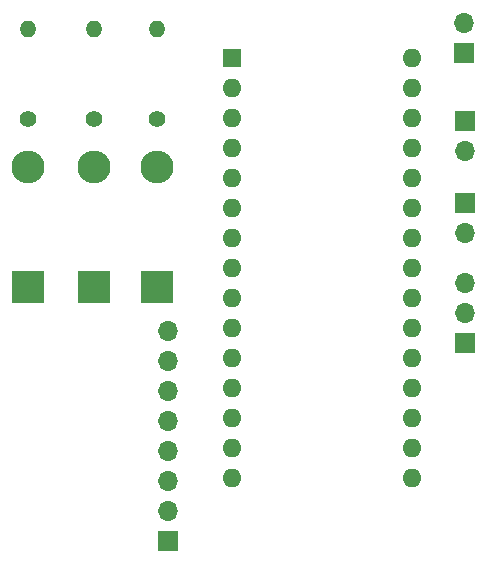
<source format=gbl>
G04 #@! TF.GenerationSoftware,KiCad,Pcbnew,8.0.5*
G04 #@! TF.CreationDate,2024-09-21T22:11:10+02:00*
G04 #@! TF.ProjectId,Pipboy2,50697062-6f79-4322-9e6b-696361645f70,rev?*
G04 #@! TF.SameCoordinates,Original*
G04 #@! TF.FileFunction,Copper,L2,Bot*
G04 #@! TF.FilePolarity,Positive*
%FSLAX46Y46*%
G04 Gerber Fmt 4.6, Leading zero omitted, Abs format (unit mm)*
G04 Created by KiCad (PCBNEW 8.0.5) date 2024-09-21 22:11:10*
%MOMM*%
%LPD*%
G01*
G04 APERTURE LIST*
G04 #@! TA.AperFunction,ComponentPad*
%ADD10R,2.800000X2.800000*%
G04 #@! TD*
G04 #@! TA.AperFunction,ComponentPad*
%ADD11O,2.800000X2.800000*%
G04 #@! TD*
G04 #@! TA.AperFunction,ComponentPad*
%ADD12R,1.700000X1.700000*%
G04 #@! TD*
G04 #@! TA.AperFunction,ComponentPad*
%ADD13O,1.700000X1.700000*%
G04 #@! TD*
G04 #@! TA.AperFunction,ComponentPad*
%ADD14C,1.400000*%
G04 #@! TD*
G04 #@! TA.AperFunction,ComponentPad*
%ADD15O,1.400000X1.400000*%
G04 #@! TD*
G04 #@! TA.AperFunction,ComponentPad*
%ADD16R,1.600000X1.600000*%
G04 #@! TD*
G04 #@! TA.AperFunction,ComponentPad*
%ADD17O,1.600000X1.600000*%
G04 #@! TD*
G04 APERTURE END LIST*
D10*
X116666000Y-98080000D03*
D11*
X116666000Y-87920000D03*
D12*
X148000000Y-78275000D03*
D13*
X148000000Y-75735000D03*
D10*
X122000000Y-98080000D03*
D11*
X122000000Y-87920000D03*
D12*
X148082000Y-102870000D03*
D13*
X148082000Y-100330000D03*
X148082000Y-97790000D03*
D14*
X122000000Y-83856000D03*
D15*
X122000000Y-76236000D03*
D16*
X128341000Y-78666000D03*
D17*
X128341000Y-81206000D03*
X128341000Y-83746000D03*
X128341000Y-86286000D03*
X128341000Y-88826000D03*
X128341000Y-91366000D03*
X128341000Y-93906000D03*
X128341000Y-96446000D03*
X128341000Y-98986000D03*
X128341000Y-101526000D03*
X128341000Y-104066000D03*
X128341000Y-106606000D03*
X128341000Y-109146000D03*
X128341000Y-111686000D03*
X128341000Y-114226000D03*
X143581000Y-114226000D03*
X143581000Y-111686000D03*
X143581000Y-109146000D03*
X143581000Y-106606000D03*
X143581000Y-104066000D03*
X143581000Y-101526000D03*
X143581000Y-98986000D03*
X143581000Y-96446000D03*
X143581000Y-93906000D03*
X143581000Y-91366000D03*
X143581000Y-88826000D03*
X143581000Y-86286000D03*
X143581000Y-83746000D03*
X143581000Y-81206000D03*
X143581000Y-78666000D03*
D14*
X116666000Y-83856000D03*
D15*
X116666000Y-76236000D03*
D12*
X122936000Y-119634000D03*
D13*
X122936000Y-117094000D03*
X122936000Y-114554000D03*
X122936000Y-112014000D03*
X122936000Y-109474000D03*
X122936000Y-106934000D03*
X122936000Y-104394000D03*
X122936000Y-101854000D03*
D12*
X148087651Y-90960000D03*
D13*
X148087651Y-93500000D03*
D10*
X111078000Y-98080000D03*
D11*
X111078000Y-87920000D03*
D12*
X148069781Y-83993993D03*
D13*
X148069781Y-86533993D03*
D14*
X111078000Y-83856000D03*
D15*
X111078000Y-76236000D03*
M02*

</source>
